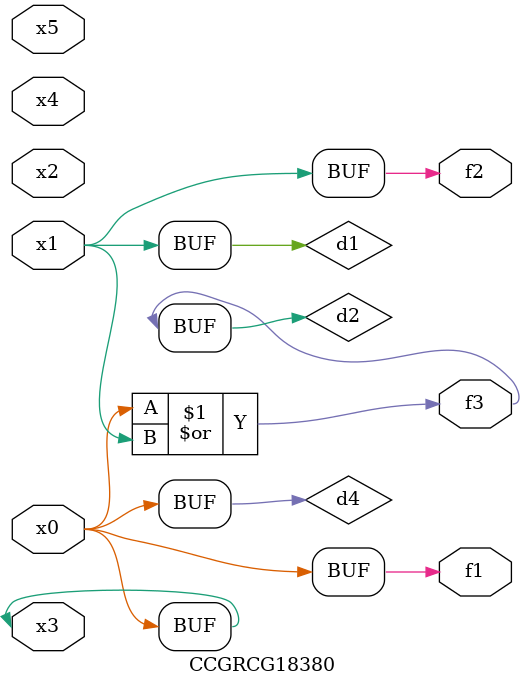
<source format=v>
module CCGRCG18380(
	input x0, x1, x2, x3, x4, x5,
	output f1, f2, f3
);

	wire d1, d2, d3, d4;

	and (d1, x1);
	or (d2, x0, x1);
	nand (d3, x0, x5);
	buf (d4, x0, x3);
	assign f1 = d4;
	assign f2 = d1;
	assign f3 = d2;
endmodule

</source>
